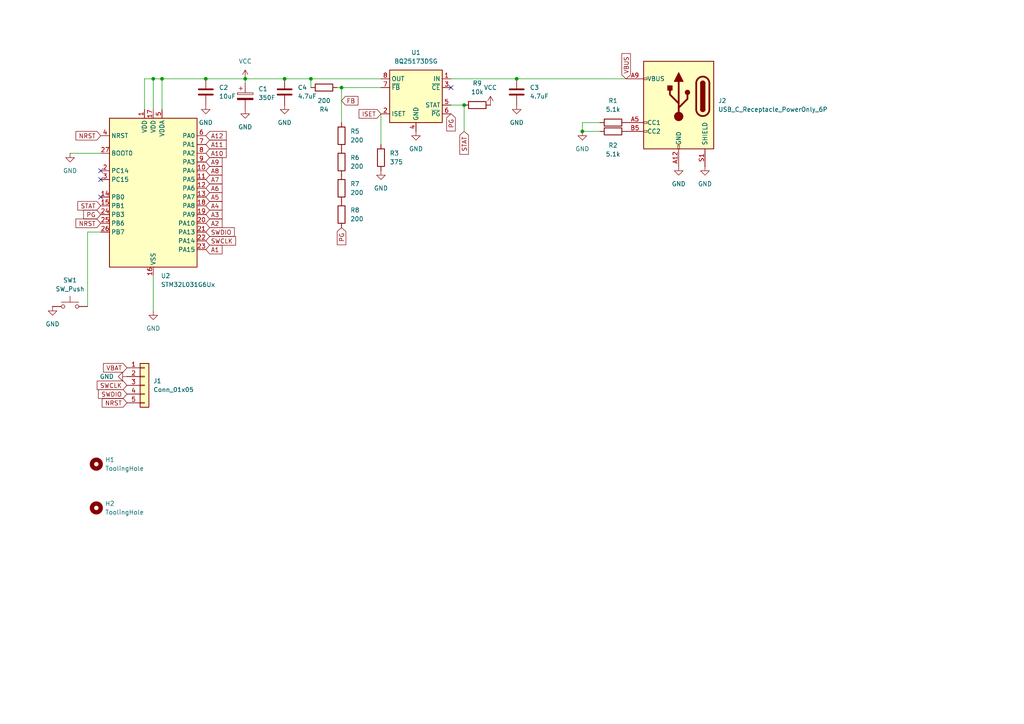
<source format=kicad_sch>
(kicad_sch (version 20250114) (generator "eeschema") (generator_version "9.0")
  (paper "A4")
  (lib_symbols
    (symbol "Battery_Management:BQ25173DSG"
      (property "Reference" "U" (at -6.35 8.89 0))
      (property "Value" "BQ25173DSG" (at 6.35 8.89 0))
      (symbol "BQ25173DSG_1_1"
        (rectangle (start -7.62 7.62) (end 7.62 -7.62) (stroke (width 0.254)) (fill (type background)))
        (pin power_in line (at -10.16 5.08 0) (length 2.54) (name "IN") (number "1"))
        (pin input line (at -10.16 2.54 0) (length 2.54) (name "~{CE}") (number "3"))
        (pin open_collector line (at -10.16 -2.54 0) (length 2.54) (name "STAT") (number "5"))
        (pin open_collector line (at -10.16 -5.08 0) (length 2.54) (name "~{PG}") (number "6"))
        (pin power_in line (at 0 -10.16 90) (length 2.54) (name "GND") (number "4"))
        (pin passive line (at 0 -10.16 90) (length 2.54) (hide yes) (name "GND") (number "9"))
        (pin power_out line (at 10.16 5.08 180) (length 2.54) (name "OUT") (number "8"))
        (pin input line (at 10.16 2.54 180) (length 2.54) (name "~{FB}") (number "7"))
        (pin input line (at 10.16 -5.08 180) (length 2.54) (name "ISET") (number "2"))
      )
    )
    (symbol "Connector:USB_C_Receptacle_PowerOnly_6P" (pin_names (offset 1.016))
      (property "Reference" "J" (at 0 16.51 0))
      (property "Value" "USB_C_Receptacle_PowerOnly_6P" (at 0 13.97 0))
      (symbol "USB_C_Receptacle_PowerOnly_6P_0_0"
        (rectangle (start -0.254 -12.7) (end 0.254 -11.684))
        (rectangle (start 10.16 7.874) (end 9.144 7.366))
        (rectangle (start 10.16 -4.826) (end 9.144 -5.334))
        (rectangle (start 10.16 -7.366) (end 9.144 -7.874))
      )
      (symbol "USB_C_Receptacle_PowerOnly_6P_0_1"
        (rectangle (start -10.16 12.7) (end 10.16 -12.7) (stroke (width 0.254)) (fill (type background)))
        (polyline (pts (xy -8.89 -1.27) (xy -8.89 6.35)) (stroke (width 0.508)))
        (rectangle (start -7.62 -1.27) (end -6.35 6.35) (stroke (width 0.254)) (fill (type outline)))
        (arc (start -7.62 6.35) (mid -6.985 6.9823) (end -6.35 6.35) (stroke (width 0.254)))
        (arc (start -7.62 6.35) (mid -6.985 6.9823) (end -6.35 6.35) (stroke (width 0.254)) (fill (type outline)))
        (arc (start -8.89 6.35) (mid -6.985 8.2467) (end -5.08 6.35) (stroke (width 0.508)))
        (arc (start -5.08 -1.27) (mid -6.985 -3.1667) (end -8.89 -1.27) (stroke (width 0.508)))
        (arc (start -6.35 -1.27) (mid -6.985 -1.9023) (end -7.62 -1.27) (stroke (width 0.254)))
        (arc (start -6.35 -1.27) (mid -6.985 -1.9023) (end -7.62 -1.27) (stroke (width 0.254)) (fill (type outline)))
        (polyline (pts (xy -5.08 6.35) (xy -5.08 -1.27)) (stroke (width 0.508)))
        (circle (center -2.54 3.683) (radius 0.635) (stroke (width 0.254)) (fill (type outline)))
        (polyline (pts (xy -1.27 6.858) (xy 0 9.398) (xy 1.27 6.858) (xy -1.27 6.858)) (stroke (width 0.254)) (fill (type outline)))
        (polyline (pts (xy 0 0.508) (xy 2.54 3.048) (xy 2.54 4.318)) (stroke (width 0.508)))
        (polyline (pts (xy 0 -0.762) (xy -2.54 1.778) (xy -2.54 3.048)) (stroke (width 0.508)))
        (polyline (pts (xy 0 -3.302) (xy 0 6.858)) (stroke (width 0.508)))
        (circle (center 0 -3.302) (radius 1.27) (fill (type outline)))
        (rectangle (start 1.905 4.318) (end 3.175 5.588) (stroke (width 0.254)) (fill (type outline)))
      )
      (symbol "USB_C_Receptacle_PowerOnly_6P_1_1"
        (pin passive line (at -7.62 -17.78 90) (length 5.08) (name "SHIELD") (number "S1"))
        (pin passive line (at 0 -17.78 90) (length 5.08) (name "GND") (number "A12"))
        (pin passive line (at 0 -17.78 90) (length 5.08) (hide yes) (name "GND") (number "B12"))
        (pin passive line (at 15.24 7.62 180) (length 5.08) (name "VBUS") (number "A9"))
        (pin passive line (at 15.24 7.62 180) (length 5.08) (hide yes) (name "VBUS") (number "B9"))
        (pin bidirectional line (at 15.24 -5.08 180) (length 5.08) (name "CC1") (number "A5"))
        (pin bidirectional line (at 15.24 -7.62 180) (length 5.08) (name "CC2") (number "B5"))
      )
    )
    (symbol "Connector_Generic:Conn_01x05" (pin_names (offset 1.016) (hide yes))
      (property "Reference" "J" (at 0 7.62 0))
      (property "Value" "Conn_01x05" (at 0 -7.62 0))
      (symbol "Conn_01x05_1_1"
        (rectangle (start -1.27 6.35) (end 1.27 -6.35) (stroke (width 0.254)) (fill (type background)))
        (rectangle (start -1.27 5.207) (end 0 4.953) (stroke (width 0.1524)))
        (rectangle (start -1.27 2.667) (end 0 2.413) (stroke (width 0.1524)))
        (rectangle (start -1.27 0.127) (end 0 -0.127) (stroke (width 0.1524)))
        (rectangle (start -1.27 -2.413) (end 0 -2.667) (stroke (width 0.1524)))
        (rectangle (start -1.27 -4.953) (end 0 -5.207) (stroke (width 0.1524)))
        (pin passive line (at -5.08 5.08 0) (length 3.81) (name "Pin_1") (number "1"))
        (pin passive line (at -5.08 2.54 0) (length 3.81) (name "Pin_2") (number "2"))
        (pin passive line (at -5.08 0 0) (length 3.81) (name "Pin_3") (number "3"))
        (pin passive line (at -5.08 -2.54 0) (length 3.81) (name "Pin_4") (number "4"))
        (pin passive line (at -5.08 -5.08 0) (length 3.81) (name "Pin_5") (number "5"))
      )
    )
    (symbol "Device:C" (pin_numbers (hide yes)) (pin_names (offset 0.254))
      (property "Reference" "C" (at 0.635 2.54 0))
      (property "Value" "C" (at 0.635 -2.54 0))
      (symbol "C_0_1"
        (polyline (pts (xy -2.032 0.762) (xy 2.032 0.762)) (stroke (width 0.508)))
        (polyline (pts (xy -2.032 -0.762) (xy 2.032 -0.762)) (stroke (width 0.508)))
      )
      (symbol "C_1_1"
        (pin passive line (at 0 3.81 270) (length 2.794) (name "~") (number "1"))
        (pin passive line (at 0 -3.81 90) (length 2.794) (name "~") (number "2"))
      )
    )
    (symbol "Device:C_Polarized" (pin_numbers (hide yes)) (pin_names (offset 0.254))
      (property "Reference" "C" (at 0.635 2.54 0))
      (property "Value" "C_Polarized" (at 0.635 -2.54 0))
      (symbol "C_Polarized_0_1"
        (rectangle (start -2.286 0.508) (end 2.286 1.016))
        (polyline (pts (xy -1.778 2.286) (xy -0.762 2.286)))
        (polyline (pts (xy -1.27 2.794) (xy -1.27 1.778)))
        (rectangle (start 2.286 -0.508) (end -2.286 -1.016) (fill (type outline)))
      )
      (symbol "C_Polarized_1_1"
        (pin passive line (at 0 3.81 270) (length 2.794) (name "~") (number "1"))
        (pin passive line (at 0 -3.81 90) (length 2.794) (name "~") (number "2"))
      )
    )
    (symbol "Device:R" (pin_numbers (hide yes)) (pin_names (offset 0))
      (property "Reference" "R" (at 2.032 0 90))
      (property "Value" "R" (at 0 0 90))
      (symbol "R_0_1"
        (rectangle (start -1.016 -2.54) (end 1.016 2.54) (stroke (width 0.254)))
      )
      (symbol "R_1_1"
        (pin passive line (at 0 3.81 270) (length 1.27) (name "~") (number "1"))
        (pin passive line (at 0 -3.81 90) (length 1.27) (name "~") (number "2"))
      )
    )
    (symbol "MCU_ST_STM32L0:STM32L031G6Ux"
      (property "Reference" "U" (at -12.7 24.13 0))
      (property "Value" "STM32L031G6Ux" (at 5.08 24.13 0))
      (symbol "STM32L031G6Ux_0_1"
        (rectangle (start -12.7 -20.32) (end 12.7 22.86) (stroke (width 0.254)) (fill (type background)))
      )
      (symbol "STM32L031G6Ux_1_1"
        (pin input line (at -15.24 17.78 0) (length 2.54) (name "NRST") (number "4"))
        (pin input line (at -15.24 12.7 0) (length 2.54) (name "BOOT0") (number "27"))
        (pin bidirectional line (at -15.24 7.62 0) (length 2.54) (name "PC14") (number "2"))
        (pin bidirectional line (at -15.24 5.08 0) (length 2.54) (name "PC15") (number "3"))
        (pin bidirectional line (at -15.24 0 0) (length 2.54) (name "PB0") (number "14"))
        (pin bidirectional line (at -15.24 -2.54 0) (length 2.54) (name "PB1") (number "15"))
        (pin bidirectional line (at -15.24 -5.08 0) (length 2.54) (name "PB3") (number "24"))
        (pin bidirectional line (at -15.24 -7.62 0) (length 2.54) (name "PB6") (number "25"))
        (pin bidirectional line (at -15.24 -10.16 0) (length 2.54) (name "PB7") (number "26"))
        (pin power_in line (at -2.54 25.4 270) (length 2.54) (name "VDD") (number "1"))
        (pin power_in line (at 0 25.4 270) (length 2.54) (name "VDD") (number "17"))
        (pin power_in line (at 0 -22.86 90) (length 2.54) (name "VSS") (number "16"))
        (pin passive line (at 0 -22.86 90) (length 2.54) (hide yes) (name "VSS") (number "28"))
        (pin power_in line (at 2.54 25.4 270) (length 2.54) (name "VDDA") (number "5"))
        (pin bidirectional line (at 15.24 17.78 180) (length 2.54) (name "PA0") (number "6"))
        (pin bidirectional line (at 15.24 15.24 180) (length 2.54) (name "PA1") (number "7"))
        (pin bidirectional line (at 15.24 12.7 180) (length 2.54) (name "PA2") (number "8"))
        (pin bidirectional line (at 15.24 10.16 180) (length 2.54) (name "PA3") (number "9"))
        (pin bidirectional line (at 15.24 7.62 180) (length 2.54) (name "PA4") (number "10"))
        (pin bidirectional line (at 15.24 5.08 180) (length 2.54) (name "PA5") (number "11"))
        (pin bidirectional line (at 15.24 2.54 180) (length 2.54) (name "PA6") (number "12"))
        (pin bidirectional line (at 15.24 0 180) (length 2.54) (name "PA7") (number "13"))
        (pin bidirectional line (at 15.24 -2.54 180) (length 2.54) (name "PA8") (number "18"))
        (pin bidirectional line (at 15.24 -5.08 180) (length 2.54) (name "PA9") (number "19"))
        (pin bidirectional line (at 15.24 -7.62 180) (length 2.54) (name "PA10") (number "20"))
        (pin bidirectional line (at 15.24 -10.16 180) (length 2.54) (name "PA13") (number "21"))
        (pin bidirectional line (at 15.24 -12.7 180) (length 2.54) (name "PA14") (number "22"))
        (pin bidirectional line (at 15.24 -15.24 180) (length 2.54) (name "PA15") (number "23"))
      )
    )
    (symbol "Mechanical:MountingHole" (pin_names (offset 1.016)) (exclude_from_sim yes) (in_bom no)
      (property "Reference" "H" (at 0 5.08 0))
      (property "Value" "MountingHole" (at 0 3.175 0))
      (symbol "MountingHole_0_1"
        (circle (center 0 0) (radius 1.27) (stroke (width 1.27)))
      )
    )
    (symbol "Switch:SW_Push" (pin_numbers (hide yes)) (pin_names (offset 1.016) (hide yes))
      (property "Reference" "SW" (at 1.27 2.54 0))
      (property "Value" "SW_Push" (at 0 -1.524 0))
      (symbol "SW_Push_0_1"
        (circle (center -2.032 0) (radius 0.508))
        (polyline (pts (xy 0 1.27) (xy 0 3.048)))
        (circle (center 2.032 0) (radius 0.508))
        (polyline (pts (xy 2.54 1.27) (xy -2.54 1.27)))
        (pin passive line (at -5.08 0 0) (length 2.54) (name "1") (number "1"))
        (pin passive line (at 5.08 0 180) (length 2.54) (name "2") (number "2"))
      )
    )
    (symbol "power:GND" (power) (pin_numbers (hide yes)) (pin_names (offset 0) (hide yes))
      (property "Value" "GND" (at 0 -3.81 0))
      (symbol "GND_0_1"
        (polyline (pts (xy 0 0) (xy 0 -1.27) (xy 1.27 -1.27) (xy 0 -2.54) (xy -1.27 -1.27) (xy 0 -1.27)))
      )
      (symbol "GND_1_1"
        (pin power_in line (at 0 0 270) (length 0) (name "~") (number "1"))
      )
    )
    (symbol "power:VCC" (power) (pin_numbers (hide yes)) (pin_names (offset 0) (hide yes))
      (property "Value" "VCC" (at 0 3.556 0))
      (symbol "VCC_0_1"
        (polyline (pts (xy -0.762 1.27) (xy 0 2.54)))
        (polyline (pts (xy 0 2.54) (xy 0.762 1.27)))
        (polyline (pts (xy 0 0) (xy 0 2.54)))
      )
      (symbol "VCC_1_1"
        (pin power_in line (at 0 0 90) (length 0) (name "~") (number "1"))
      )
    )
  )
  (junction (at 46.99 22.86))
  (junction (at 168.91 38.1))
  (junction (at 44.45 22.86))
  (junction (at 71.12 22.86))
  (junction (at 149.86 22.86))
  (junction (at 134.62 30.48))
  (junction (at 59.69 22.86))
  (junction (at 82.55 22.86))
  (junction (at 99.06 25.4))
  (junction (at 90.17 22.86))
  (no_connect (at 130.81 25.4))
  (no_connect (at 29.21 57.15))
  (no_connect (at 29.21 49.53))
  (no_connect (at 29.21 52.07))
  (wire (pts (xy 168.91 35.56) (xy 168.91 38.1)))
  (wire (pts (xy 41.91 22.86) (xy 41.91 31.75)))
  (wire (pts (xy 134.62 30.48) (xy 134.62 38.1)))
  (wire (pts (xy 44.45 31.75) (xy 44.45 22.86)))
  (wire (pts (xy 59.69 22.86) (xy 71.12 22.86)))
  (wire (pts (xy 71.12 22.86) (xy 82.55 22.86)))
  (wire (pts (xy 99.06 25.4) (xy 99.06 35.56)))
  (wire (pts (xy 130.81 22.86) (xy 149.86 22.86)))
  (wire (pts (xy 25.4 67.31) (xy 25.4 88.9)))
  (wire (pts (xy 44.45 80.01) (xy 44.45 90.17)))
  (wire (pts (xy 168.91 35.56) (xy 173.99 35.56)))
  (wire (pts (xy 149.86 22.86) (xy 181.61 22.86)))
  (wire (pts (xy 46.99 22.86) (xy 59.69 22.86)))
  (wire (pts (xy 90.17 22.86) (xy 110.49 22.86)))
  (wire (pts (xy 71.12 24.13) (xy 71.12 22.86)))
  (wire (pts (xy 46.99 31.75) (xy 46.99 22.86)))
  (wire (pts (xy 99.06 25.4) (xy 97.79 25.4)))
  (wire (pts (xy 20.32 44.45) (xy 29.21 44.45)))
  (wire (pts (xy 41.91 22.86) (xy 44.45 22.86)))
  (wire (pts (xy 110.49 41.91) (xy 110.49 33.02)))
  (wire (pts (xy 25.4 67.31) (xy 29.21 67.31)))
  (wire (pts (xy 130.81 30.48) (xy 134.62 30.48)))
  (wire (pts (xy 99.06 25.4) (xy 110.49 25.4)))
  (wire (pts (xy 168.91 38.1) (xy 173.99 38.1)))
  (wire (pts (xy 44.45 22.86) (xy 46.99 22.86)))
  (wire (pts (xy 82.55 22.86) (xy 90.17 22.86)))
  (wire (pts (xy 90.17 22.86) (xy 90.17 25.4)))
  (global_label "NRST" (shape input) (at 29.21 64.77 180) (property "Intersheetrefs" "${INTERSHEET_REFS}" (effects (hide yes))))
  (global_label "NRST" (shape input) (at 29.21 39.37 180) (property "Intersheetrefs" "${INTERSHEET_REFS}" (effects (hide yes))))
  (global_label "SWCLK" (shape input) (at 59.69 69.85 0) (property "Intersheetrefs" "${INTERSHEET_REFS}" (effects (hide yes))))
  (global_label "A5" (shape input) (at 59.69 57.15 0) (property "Intersheetrefs" "${INTERSHEET_REFS}" (effects (hide yes))))
  (global_label "SWDIO" (shape input) (at 59.69 67.31 0) (property "Intersheetrefs" "${INTERSHEET_REFS}" (effects (hide yes))))
  (global_label "NRST" (shape input) (at 36.83 116.84 180) (property "Intersheetrefs" "${INTERSHEET_REFS}" (effects (hide yes))))
  (global_label "A12" (shape input) (at 59.69 39.37 0) (property "Intersheetrefs" "${INTERSHEET_REFS}" (effects (hide yes))))
  (global_label "ISET" (shape input) (at 110.49 33.02 180) (property "Intersheetrefs" "${INTERSHEET_REFS}" (effects (hide yes))))
  (global_label "A1" (shape input) (at 59.69 72.39 0) (property "Intersheetrefs" "${INTERSHEET_REFS}" (effects (hide yes))))
  (global_label "A8" (shape input) (at 59.69 49.53 0) (property "Intersheetrefs" "${INTERSHEET_REFS}" (effects (hide yes))))
  (global_label "SWDIO" (shape input) (at 36.83 114.3 180) (property "Intersheetrefs" "${INTERSHEET_REFS}" (effects (hide yes))))
  (global_label "A9" (shape input) (at 59.69 46.99 0) (property "Intersheetrefs" "${INTERSHEET_REFS}" (effects (hide yes))))
  (global_label "STAT" (shape input) (at 29.21 59.69 180) (property "Intersheetrefs" "${INTERSHEET_REFS}" (effects (hide yes))))
  (global_label "SWCLK" (shape input) (at 36.83 111.76 180) (property "Intersheetrefs" "${INTERSHEET_REFS}" (effects (hide yes))))
  (global_label "A4" (shape input) (at 59.69 59.69 0) (property "Intersheetrefs" "${INTERSHEET_REFS}" (effects (hide yes))))
  (global_label "STAT" (shape input) (at 134.62 38.1 270) (property "Intersheetrefs" "${INTERSHEET_REFS}" (effects (hide yes))))
  (global_label "VBUS" (shape input) (at 181.61 22.86 90) (property "Intersheetrefs" "${INTERSHEET_REFS}" (effects (hide yes))))
  (global_label "A10" (shape input) (at 59.69 44.45 0) (property "Intersheetrefs" "${INTERSHEET_REFS}" (effects (hide yes))))
  (global_label "A11" (shape input) (at 59.69 41.91 0) (property "Intersheetrefs" "${INTERSHEET_REFS}" (effects (hide yes))))
  (global_label "PG" (shape input) (at 130.81 33.02 270) (property "Intersheetrefs" "${INTERSHEET_REFS}" (effects (hide yes))))
  (global_label "VBAT" (shape input) (at 36.83 106.68 180) (property "Intersheetrefs" "${INTERSHEET_REFS}" (effects (hide yes))))
  (global_label "PG" (shape input) (at 99.06 66.04 270) (property "Intersheetrefs" "${INTERSHEET_REFS}" (effects (hide yes))))
  (global_label "A2" (shape input) (at 59.69 64.77 0) (property "Intersheetrefs" "${INTERSHEET_REFS}" (effects (hide yes))))
  (global_label "FB" (shape input) (at 99.06 29.21 0) (property "Intersheetrefs" "${INTERSHEET_REFS}" (effects (hide yes))))
  (global_label "PG" (shape input) (at 29.21 62.23 180) (property "Intersheetrefs" "${INTERSHEET_REFS}" (effects (hide yes))))
  (global_label "A7" (shape input) (at 59.69 52.07 0) (property "Intersheetrefs" "${INTERSHEET_REFS}" (effects (hide yes))))
  (global_label "A3" (shape input) (at 59.69 62.23 0) (property "Intersheetrefs" "${INTERSHEET_REFS}" (effects (hide yes))))
  (global_label "A6" (shape input) (at 59.69 54.61 0) (property "Intersheetrefs" "${INTERSHEET_REFS}" (effects (hide yes))))
  (symbol (lib_id "power:VCC") (at 142.24 30.48 0) (unit 1)
    (property "Reference" "#PWR013" (effects (hide yes)))
    (property "Value" "VCC" (at 142.24 25.4 0))
    (property "Description" "Power symbol creates a global label with name \"VCC\"" (effects (hide yes)))
  )
  (symbol (lib_id "Device:C") (at 82.55 26.67 0) (unit 1)
    (property "Reference" "C4" (at 86.36 25.3999 0) (effects (justify left)))
    (property "Value" "4.7uF" (at 86.36 27.9399 0) (effects (justify left)))
    (property "Footprint" "Capacitor_SMD:C_0402_1005Metric" (effects (hide yes)))
    (property "Description" "Unpolarized capacitor" (effects (hide yes)))
    (property "LCSC" "C23733" (effects (hide yes)))
  )
  (symbol (lib_id "Device:R") (at 99.06 39.37 0) (unit 1)
    (property "Reference" "R5" (at 101.6 38.0999 0) (effects (justify left)))
    (property "Value" "200" (at 101.6 40.6399 0) (effects (justify left)))
    (property "Footprint" "Resistor_SMD:R_0402_1005Metric" (effects (hide yes)))
    (property "Description" "Resistor" (effects (hide yes)))
  )
  (symbol (lib_id "Device:R") (at 99.06 54.61 0) (unit 1)
    (property "Reference" "R7" (at 101.6 53.3399 0) (effects (justify left)))
    (property "Value" "200" (at 101.6 55.8799 0) (effects (justify left)))
    (property "Footprint" "Resistor_SMD:R_0402_1005Metric" (effects (hide yes)))
    (property "Description" "Resistor" (effects (hide yes)))
  )
  (symbol (lib_id "power:GND") (at 196.85 48.26 0) (unit 1)
    (property "Reference" "#PWR07" (effects (hide yes)))
    (property "Value" "GND" (at 196.85 53.34 0))
    (property "Description" "Power symbol creates a global label with name \"GND\" , ground" (effects (hide yes)))
  )
  (symbol (lib_id "power:GND") (at 44.45 90.17 0) (unit 1)
    (property "Reference" "#PWR05" (effects (hide yes)))
    (property "Value" "GND" (at 44.45 95.25 0))
    (property "Description" "Power symbol creates a global label with name \"GND\" , ground" (effects (hide yes)))
  )
  (symbol (lib_id "power:GND") (at 36.83 109.22 270) (unit 1)
    (property "Reference" "#PWR03" (effects (hide yes)))
    (property "Value" "GND" (at 33.02 109.2199 90) (effects (justify right)))
    (property "Description" "Power symbol creates a global label with name \"GND\" , ground" (effects (hide yes)))
  )
  (symbol (lib_id "power:VCC") (at 71.12 22.86 0) (unit 1)
    (property "Reference" "#PWR08" (effects (hide yes)))
    (property "Value" "VCC" (at 71.12 17.78 0))
    (property "Description" "Power symbol creates a global label with name \"VCC\"" (effects (hide yes)))
  )
  (symbol (lib_id "power:GND") (at 20.32 44.45 0) (unit 1)
    (property "Reference" "#PWR04" (effects (hide yes)))
    (property "Value" "GND" (at 20.32 49.53 0))
    (property "Description" "Power symbol creates a global label with name \"GND\" , ground" (effects (hide yes)))
  )
  (symbol (lib_id "Device:R") (at 99.06 62.23 0) (unit 1)
    (property "Reference" "R8" (at 101.6 60.9599 0) (effects (justify left)))
    (property "Value" "200" (at 101.6 63.4999 0) (effects (justify left)))
    (property "Footprint" "Resistor_SMD:R_0402_1005Metric" (effects (hide yes)))
    (property "Description" "Resistor" (effects (hide yes)))
  )
  (symbol (lib_id "Device:R") (at 177.8 35.56 90) (unit 1)
    (property "Reference" "R1" (at 177.8 29.21 90))
    (property "Value" "5.1k" (at 177.8 31.75 90))
    (property "Footprint" "Resistor_SMD:R_0603_1608Metric" (effects (hide yes)))
    (property "Description" "Resistor" (effects (hide yes)))
  )
  (symbol (lib_id "power:GND") (at 120.65 38.1 0) (unit 1)
    (property "Reference" "#PWR010" (effects (hide yes)))
    (property "Value" "GND" (at 120.65 43.18 0))
    (property "Description" "Power symbol creates a global label with name \"GND\" , ground" (effects (hide yes)))
  )
  (symbol (lib_id "Device:R") (at 93.98 25.4 90) (mirror x) (unit 1)
    (property "Reference" "R4" (at 93.98 31.75 90))
    (property "Value" "200" (at 93.98 29.21 90))
    (property "Footprint" "Resistor_SMD:R_0402_1005Metric" (effects (hide yes)))
    (property "Description" "Resistor" (effects (hide yes)))
  )
  (symbol (lib_id "power:GND") (at 71.12 31.75 0) (unit 1)
    (property "Reference" "#PWR06" (effects (hide yes)))
    (property "Value" "GND" (at 71.12 36.83 0))
    (property "Description" "Power symbol creates a global label with name \"GND\" , ground" (effects (hide yes)))
  )
  (symbol (lib_id "Mechanical:MountingHole") (at 27.94 134.62 0) (unit 1) (in_bom no)
    (property "Reference" "H1" (at 30.48 133.3499 0) (effects (justify left)))
    (property "Value" "ToolingHole" (at 30.48 135.8899 0) (effects (justify left)))
    (property "Footprint" "Custom:ToolingHole_JLCPCB" (effects (hide yes)))
    (property "Description" "Mounting Hole without connection" (effects (hide yes)))
  )
  (symbol (lib_id "Connector:USB_C_Receptacle_PowerOnly_6P") (at 196.85 30.48 0) (mirror y) (unit 1)
    (property "Reference" "J2" (at 208.28 29.2099 0) (effects (justify right)))
    (property "Value" "USB_C_Receptacle_PowerOnly_6P" (at 208.28 31.7499 0) (effects (justify right)))
    (property "Footprint" "Connector_USB:USB_C_Receptacle_GCT_USB4135-GF-A_6P_TopMnt_Horizontal" (effects (hide yes)))
    (property "Datasheet" "https://www.usb.org/sites/default/files/documents/usb_type-c.zip" (effects (hide yes)))
    (property "Description" "USB Power-Only 6P Type-C Receptacle connector" (effects (hide yes)))
  )
  (symbol (lib_id "Device:C") (at 59.69 26.67 0) (unit 1)
    (property "Reference" "C2" (at 63.5 25.3999 0) (effects (justify left)))
    (property "Value" "10uF" (at 63.5 27.9399 0) (effects (justify left)))
    (property "Footprint" "Capacitor_SMD:C_0402_1005Metric" (effects (hide yes)))
    (property "Description" "Unpolarized capacitor" (effects (hide yes)))
    (property "LCSC" "C15525" (effects (hide yes)))
  )
  (symbol (lib_id "power:GND") (at 82.55 30.48 0) (unit 1)
    (property "Reference" "#PWR015" (effects (hide yes)))
    (property "Value" "GND" (at 82.55 35.56 0))
    (property "Description" "Power symbol creates a global label with name \"GND\" , ground" (effects (hide yes)))
  )
  (symbol (lib_id "power:GND") (at 15.24 88.9 0) (unit 1)
    (property "Reference" "#PWR01" (effects (hide yes)))
    (property "Value" "GND" (at 15.24 93.98 0))
    (property "Description" "Power symbol creates a global label with name \"GND\" , ground" (effects (hide yes)))
  )
  (symbol (lib_id "power:GND") (at 168.91 38.1 0) (unit 1)
    (property "Reference" "#PWR09" (effects (hide yes)))
    (property "Value" "GND" (at 168.91 43.18 0))
    (property "Description" "Power symbol creates a global label with name \"GND\" , ground" (effects (hide yes)))
  )
  (symbol (lib_id "MCU_ST_STM32L0:STM32L031G6Ux") (at 44.45 57.15 0) (unit 1)
    (property "Reference" "U2" (at 46.6441 80.01 0) (effects (justify left)))
    (property "Value" "STM32L031G6Ux" (at 46.6441 82.55 0) (effects (justify left)))
    (property "Footprint" "Package_DFN_QFN:QFN-28_4x4mm_P0.5mm" (effects (hide yes)))
    (property "Datasheet" "https://www.st.com/resource/en/datasheet/stm32l031g6.pdf" (effects (hide yes)))
    (property "Description" "STMicroelectronics Arm Cortex-M0+ MCU, 32KB flash, 8KB RAM, 32 MHz, 1.65-3.6V, 21 GPIO, UFQFPN28" (effects (hide yes)))
    (property "LCSC" "C96514" (effects (hide yes)))
    (property "Rotation Offset" "180" (effects (hide yes)))
  )
  (symbol (lib_id "power:GND") (at 110.49 49.53 0) (unit 1)
    (property "Reference" "#PWR011" (effects (hide yes)))
    (property "Value" "GND" (at 110.49 54.61 0))
    (property "Description" "Power symbol creates a global label with name \"GND\" , ground" (effects (hide yes)))
  )
  (symbol (lib_id "Mechanical:MountingHole") (at 27.94 147.32 0) (unit 1) (in_bom no)
    (property "Reference" "H2" (at 30.48 146.0499 0) (effects (justify left)))
    (property "Value" "ToolingHole" (at 30.48 148.5899 0) (effects (justify left)))
    (property "Footprint" "Custom:ToolingHoleWithMouseBytes" (effects (hide yes)))
    (property "Description" "Mounting Hole without connection" (effects (hide yes)))
  )
  (symbol (lib_id "Connector_Generic:Conn_01x05") (at 41.91 111.76 0) (unit 1)
    (property "Reference" "J1" (at 44.45 110.4899 0) (effects (justify left)))
    (property "Value" "Conn_01x05" (at 44.45 113.0299 0) (effects (justify left)))
    (property "Footprint" "Custom:ProgramHeader" (effects (hide yes)))
    (property "Description" "Generic connector, single row, 01x05, script generated (kicad-library-utils/schlib/autogen/connector/)" (effects (hide yes)))
  )
  (symbol (lib_id "Device:C") (at 149.86 26.67 0) (unit 1)
    (property "Reference" "C3" (at 153.67 25.3999 0) (effects (justify left)))
    (property "Value" "4.7uF" (at 153.67 27.9399 0) (effects (justify left)))
    (property "Footprint" "Capacitor_SMD:C_0402_1005Metric" (effects (hide yes)))
    (property "Description" "Unpolarized capacitor" (effects (hide yes)))
    (property "LCSC" "C23733" (effects (hide yes)))
  )
  (symbol (lib_id "Device:R") (at 138.43 30.48 90) (mirror x) (unit 1)
    (property "Reference" "R9" (at 138.43 24.13 90))
    (property "Value" "10k" (at 138.43 26.67 90))
    (property "Footprint" "Resistor_SMD:R_0402_1005Metric" (effects (hide yes)))
    (property "Description" "Resistor" (effects (hide yes)))
  )
  (symbol (lib_id "power:GND") (at 59.69 30.48 0) (unit 1)
    (property "Reference" "#PWR02" (effects (hide yes)))
    (property "Value" "GND" (at 59.69 35.56 0))
    (property "Description" "Power symbol creates a global label with name \"GND\" , ground" (effects (hide yes)))
  )
  (symbol (lib_id "Device:C_Polarized") (at 71.12 27.94 0) (unit 1)
    (property "Reference" "C1" (at 74.93 25.7809 0) (effects (justify left)))
    (property "Value" "350F" (at 74.93 28.3209 0) (effects (justify left)))
    (property "Footprint" "Custom:CP_Radial_D13.0mm_P7.50mm_350F" (effects (hide yes)))
    (property "Description" "Polarized capacitor" (effects (hide yes)))
  )
  (symbol (lib_id "Device:R") (at 177.8 38.1 90) (unit 1)
    (property "Reference" "R2" (at 177.8 42.164 90))
    (property "Value" "5.1k" (at 177.8 44.704 90))
    (property "Footprint" "Resistor_SMD:R_0603_1608Metric" (effects (hide yes)))
    (property "Description" "Resistor" (effects (hide yes)))
  )
  (symbol (lib_id "Device:R") (at 110.49 45.72 0) (mirror y) (unit 1)
    (property "Reference" "R3" (at 113.03 44.4499 0) (effects (justify right)))
    (property "Value" "375" (at 113.03 46.9899 0) (effects (justify right)))
    (property "Footprint" "Resistor_SMD:R_0402_1005Metric" (effects (hide yes)))
    (property "Description" "Resistor" (effects (hide yes)))
  )
  (symbol (lib_id "power:GND") (at 204.47 48.26 0) (unit 1)
    (property "Reference" "#PWR012" (effects (hide yes)))
    (property "Value" "GND" (at 204.47 53.34 0))
    (property "Description" "Power symbol creates a global label with name \"GND\" , ground" (effects (hide yes)))
  )
  (symbol (lib_id "Switch:SW_Push") (at 20.32 88.9 0) (unit 1)
    (property "Reference" "SW1" (at 20.32 81.28 0))
    (property "Value" "SW_Push" (at 20.32 83.82 0))
    (property "Footprint" "Button_Switch_SMD:SW_Push_SPST_NO_Alps_SKRK" (effects (hide yes)))
    (property "Description" "Push button switch, generic, two pins" (effects (hide yes)))
    (property "LCSC" "C561519" (effects (hide yes)))
  )
  (symbol (lib_id "Device:R") (at 99.06 46.99 0) (unit 1)
    (property "Reference" "R6" (at 101.6 45.7199 0) (effects (justify left)))
    (property "Value" "200" (at 101.6 48.2599 0) (effects (justify left)))
    (property "Footprint" "Resistor_SMD:R_0402_1005Metric" (effects (hide yes)))
    (property "Description" "Resistor" (effects (hide yes)))
  )
  (symbol (lib_id "Battery_Management:BQ25173DSG") (at 120.65 27.94 0) (mirror y) (unit 1)
    (property "Reference" "U1" (at 120.65 15.24 0))
    (property "Value" "BQ25173DSG" (at 120.65 17.78 0))
    (property "Footprint" "Package_SON:WSON-8-1EP_2x2mm_P0.5mm_EP0.9x1.6mm" (effects (hide yes)))
    (property "Datasheet" "https://www.ti.com/lit/ds/symlink/bq25173.pdf" (effects (hide yes)))
    (property "Description" "800-mA Linear Charger for 1- to 4-Cell Supercapacitor, input 3 to 18v, WSON-8" (effects (hide yes)))
  )
  (symbol (lib_id "power:GND") (at 149.86 30.48 0) (unit 1)
    (property "Reference" "#PWR014" (effects (hide yes)))
    (property "Value" "GND" (at 149.86 35.56 0))
    (property "Description" "Power symbol creates a global label with name \"GND\" , ground" (effects (hide yes)))
  )
)
</source>
